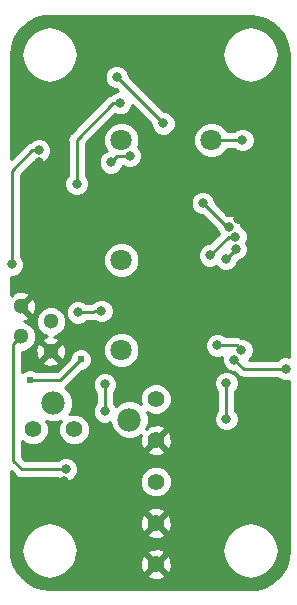
<source format=gbl>
G04 #@! TF.GenerationSoftware,KiCad,Pcbnew,5.0.0-fee4fd1~66~ubuntu18.04.1*
G04 #@! TF.CreationDate,2019-02-11T21:46:51-05:00*
G04 #@! TF.ProjectId,IMD_v1,494D445F76312E6B696361645F706362,rev?*
G04 #@! TF.SameCoordinates,Original*
G04 #@! TF.FileFunction,Copper,L2,Bot,Signal*
G04 #@! TF.FilePolarity,Positive*
%FSLAX46Y46*%
G04 Gerber Fmt 4.6, Leading zero omitted, Abs format (unit mm)*
G04 Created by KiCad (PCBNEW 5.0.0-fee4fd1~66~ubuntu18.04.1) date Mon Feb 11 21:46:51 2019*
%MOMM*%
%LPD*%
G01*
G04 APERTURE LIST*
G04 #@! TA.AperFunction,ComponentPad*
%ADD10C,1.800000*%
G04 #@! TD*
G04 #@! TA.AperFunction,ComponentPad*
%ADD11C,1.300000*%
G04 #@! TD*
G04 #@! TA.AperFunction,ComponentPad*
%ADD12C,1.397000*%
G04 #@! TD*
G04 #@! TA.AperFunction,ComponentPad*
%ADD13C,1.981000*%
G04 #@! TD*
G04 #@! TA.AperFunction,ViaPad*
%ADD14C,0.800000*%
G04 #@! TD*
G04 #@! TA.AperFunction,ViaPad*
%ADD15C,0.609600*%
G04 #@! TD*
G04 #@! TA.AperFunction,Conductor*
%ADD16C,0.250000*%
G04 #@! TD*
G04 #@! TA.AperFunction,Conductor*
%ADD17C,0.254000*%
G04 #@! TD*
G04 APERTURE END LIST*
D10*
G04 #@! TO.P,K1,1*
G04 #@! TO.N,Net-(D3-Pad2)*
X104013000Y-69977000D03*
G04 #@! TO.P,K1,2*
G04 #@! TO.N,Net-(J2-Pad2)*
X104013000Y-80137000D03*
G04 #@! TO.P,K1,3*
G04 #@! TO.N,Net-(J2-Pad1)*
X104013000Y-87757000D03*
G04 #@! TO.P,K1,5*
G04 #@! TO.N,/12V_Fused*
X111633000Y-69977000D03*
G04 #@! TD*
D11*
G04 #@! TO.P,J1,3*
G04 #@! TO.N,/IMD_Status_Output*
X95504000Y-86614000D03*
G04 #@! TO.P,J1,1*
G04 #@! TO.N,GND*
X95504000Y-84074000D03*
G04 #@! TO.P,J1,2*
G04 #@! TO.N,+12V*
X98044000Y-85344000D03*
G04 #@! TO.P,J1,4*
G04 #@! TO.N,GND*
X98044000Y-87884000D03*
G04 #@! TD*
D12*
G04 #@! TO.P,J2,2*
G04 #@! TO.N,Net-(J2-Pad2)*
X96520000Y-94488000D03*
G04 #@! TO.P,J2,1*
G04 #@! TO.N,Net-(J2-Pad1)*
X100020000Y-94488000D03*
D13*
G04 #@! TO.P,J2,*
G04 #@! TO.N,*
X98270000Y-92258000D03*
G04 #@! TD*
D12*
G04 #@! TO.P,U1,2*
G04 #@! TO.N,GND*
X106934000Y-95405000D03*
G04 #@! TO.P,U1,1*
G04 #@! TO.N,Net-(R9-Pad1)*
X106934000Y-91905000D03*
D13*
G04 #@! TO.P,U1,*
G04 #@! TO.N,*
X104704000Y-93655000D03*
D12*
G04 #@! TO.P,U1,3*
G04 #@! TO.N,/12V_Fused*
X106934000Y-98905000D03*
G04 #@! TO.P,U1,4*
G04 #@! TO.N,GND*
X106934000Y-102405000D03*
G04 #@! TO.P,U1,5*
X106934000Y-105905000D03*
G04 #@! TD*
D14*
G04 #@! TO.N,/12V_Fused*
X103632000Y-64643000D03*
X114263000Y-69977000D03*
X100229500Y-73695986D03*
X103886000Y-66865500D03*
X107569000Y-68580000D03*
X112859826Y-80037980D03*
X112903000Y-90551000D03*
X112903000Y-93599000D03*
X113684500Y-79213306D03*
G04 #@! TO.N,GND*
X99172287Y-98843408D03*
X102616000Y-102108000D03*
X117475000Y-94488000D03*
X114624097Y-93034097D03*
X115149500Y-72467000D03*
X111948346Y-68010654D03*
X106934000Y-61214000D03*
X116874161Y-88161977D03*
X113919000Y-76708000D03*
X97032000Y-71882000D03*
G04 #@! TO.N,+12V*
X97042407Y-70867102D03*
X94742000Y-80518000D03*
G04 #@! TO.N,Net-(D3-Pad2)*
X102616000Y-90678000D03*
X102616000Y-92964000D03*
D15*
G04 #@! TO.N,Net-(D4-Pad1)*
X100584000Y-88563592D03*
X96266000Y-90297000D03*
D14*
G04 #@! TO.N,/IMD_Status_Output*
X99314000Y-97853500D03*
X104738000Y-71311452D03*
X110908000Y-75311000D03*
X113130653Y-77323234D03*
X103124000Y-71871000D03*
X102325000Y-84455000D03*
X100330000Y-84582000D03*
G04 #@! TO.N,Net-(U2-Pad4)*
X113584827Y-88565738D03*
X117919500Y-89344500D03*
G04 #@! TO.N,Net-(U3-Pad4)*
X113665000Y-78168500D03*
X114173000Y-87757000D03*
X111511815Y-79756000D03*
X112134826Y-87376000D03*
G04 #@! TD*
D16*
G04 #@! TO.N,/12V_Fused*
X114173000Y-69977000D02*
X114263000Y-69977000D01*
X111633000Y-69977000D02*
X114263000Y-69977000D01*
X100229500Y-73695986D02*
X100229500Y-69956315D01*
X100229500Y-69956315D02*
X103320315Y-66865500D01*
X103320315Y-66865500D02*
X103886000Y-66865500D01*
X103632000Y-64643000D02*
X107569000Y-68580000D01*
X112859826Y-80037980D02*
X113684500Y-79213306D01*
X112903000Y-90551000D02*
X112903000Y-93599000D01*
G04 #@! TO.N,GND*
X117475000Y-94488000D02*
X116078000Y-94488000D01*
X114681000Y-93091000D02*
X114624097Y-93034097D01*
X116078000Y-94488000D02*
X114624097Y-93034097D01*
X113919000Y-76708000D02*
X114484685Y-76708000D01*
G04 #@! TO.N,+12V*
X96476722Y-70867102D02*
X96475620Y-70866000D01*
X94742000Y-80518000D02*
X94742000Y-79952315D01*
X96476722Y-70867102D02*
X97042407Y-70867102D01*
X94742000Y-72601824D02*
X96476722Y-70867102D01*
X94742000Y-79952315D02*
X94742000Y-72601824D01*
G04 #@! TO.N,Net-(D3-Pad2)*
X102616000Y-90678000D02*
X102616000Y-92964000D01*
G04 #@! TO.N,Net-(D4-Pad1)*
X98850592Y-90297000D02*
X96266000Y-90297000D01*
X100584000Y-88563592D02*
X98850592Y-90297000D01*
G04 #@! TO.N,/IMD_Status_Output*
X94854001Y-97140001D02*
X94854001Y-87263999D01*
X94854001Y-87263999D02*
X95504000Y-86614000D01*
X95567500Y-97853500D02*
X94854001Y-97140001D01*
X99314000Y-97853500D02*
X95567500Y-97853500D01*
X104648000Y-71202001D02*
X104648000Y-71221452D01*
X104648000Y-71221452D02*
X104738000Y-71311452D01*
X110908000Y-75311000D02*
X113040499Y-77443499D01*
X113250918Y-77443499D02*
X113130653Y-77323234D01*
X113284000Y-77443499D02*
X113250918Y-77443499D01*
X113040499Y-77443499D02*
X113284000Y-77443499D01*
X103683548Y-71311452D02*
X103124000Y-71871000D01*
X104738000Y-71311452D02*
X103683548Y-71311452D01*
X101759315Y-84455000D02*
X101632315Y-84582000D01*
X102325000Y-84455000D02*
X101759315Y-84455000D01*
X101632315Y-84582000D02*
X100330000Y-84582000D01*
G04 #@! TO.N,Net-(U2-Pad4)*
X114363589Y-89344500D02*
X113584827Y-88565738D01*
X117919500Y-89344500D02*
X114363589Y-89344500D01*
G04 #@! TO.N,Net-(U3-Pad4)*
X113099315Y-78168500D02*
X111511815Y-79756000D01*
X113665000Y-78168500D02*
X113099315Y-78168500D01*
X113792000Y-87376000D02*
X114173000Y-87757000D01*
X112134826Y-87376000D02*
X113792000Y-87376000D01*
G04 #@! TD*
D17*
G04 #@! TO.N,GND*
G36*
X115590756Y-59543391D02*
X116219730Y-59740500D01*
X116796224Y-60060055D01*
X117296682Y-60489001D01*
X117700669Y-61009818D01*
X117991682Y-61601233D01*
X118160112Y-62247848D01*
X118200000Y-62766238D01*
X118200001Y-88340411D01*
X118125374Y-88309500D01*
X117713626Y-88309500D01*
X117333220Y-88467069D01*
X117215789Y-88584500D01*
X114809211Y-88584500D01*
X115050431Y-88343280D01*
X115208000Y-87962874D01*
X115208000Y-87551126D01*
X115050431Y-87170720D01*
X114759280Y-86879569D01*
X114378874Y-86722000D01*
X114181183Y-86722000D01*
X114088537Y-86660096D01*
X113866852Y-86616000D01*
X113866847Y-86616000D01*
X113792000Y-86601112D01*
X113717153Y-86616000D01*
X112838537Y-86616000D01*
X112721106Y-86498569D01*
X112340700Y-86341000D01*
X111928952Y-86341000D01*
X111548546Y-86498569D01*
X111257395Y-86789720D01*
X111099826Y-87170126D01*
X111099826Y-87581874D01*
X111257395Y-87962280D01*
X111548546Y-88253431D01*
X111928952Y-88411000D01*
X112340700Y-88411000D01*
X112567570Y-88317027D01*
X112549827Y-88359864D01*
X112549827Y-88771612D01*
X112707396Y-89152018D01*
X112998547Y-89443169D01*
X113378953Y-89600738D01*
X113545025Y-89600738D01*
X113773260Y-89828973D01*
X113815660Y-89892429D01*
X113879116Y-89934829D01*
X114067051Y-90060404D01*
X114115194Y-90069980D01*
X114288737Y-90104500D01*
X114288741Y-90104500D01*
X114363589Y-90119388D01*
X114438437Y-90104500D01*
X117215789Y-90104500D01*
X117333220Y-90221931D01*
X117713626Y-90379500D01*
X118125374Y-90379500D01*
X118200001Y-90348589D01*
X118200001Y-104700759D01*
X118129609Y-105393759D01*
X117932499Y-106022734D01*
X117612945Y-106599224D01*
X117184002Y-107099680D01*
X116663182Y-107503669D01*
X116071767Y-107794682D01*
X115425153Y-107963112D01*
X114906762Y-108003000D01*
X97972231Y-108003000D01*
X97279241Y-107932609D01*
X96650266Y-107735499D01*
X96073776Y-107415945D01*
X95573320Y-106987002D01*
X95169331Y-106466182D01*
X94878318Y-105874767D01*
X94709888Y-105228153D01*
X94672173Y-104738000D01*
X95548050Y-104738000D01*
X95664876Y-105475608D01*
X96003917Y-106141014D01*
X96531986Y-106669083D01*
X97197392Y-107008124D01*
X97935000Y-107124950D01*
X98672608Y-107008124D01*
X99004163Y-106839188D01*
X106179417Y-106839188D01*
X106241071Y-107074800D01*
X106741480Y-107250927D01*
X107271199Y-107222148D01*
X107626929Y-107074800D01*
X107688583Y-106839188D01*
X106934000Y-106084605D01*
X106179417Y-106839188D01*
X99004163Y-106839188D01*
X99338014Y-106669083D01*
X99866083Y-106141014D01*
X100084431Y-105712480D01*
X105588073Y-105712480D01*
X105616852Y-106242199D01*
X105764200Y-106597929D01*
X105999812Y-106659583D01*
X106754395Y-105905000D01*
X107113605Y-105905000D01*
X107868188Y-106659583D01*
X108103800Y-106597929D01*
X108279927Y-106097520D01*
X108251148Y-105567801D01*
X108103800Y-105212071D01*
X107868188Y-105150417D01*
X107113605Y-105905000D01*
X106754395Y-105905000D01*
X105999812Y-105150417D01*
X105764200Y-105212071D01*
X105588073Y-105712480D01*
X100084431Y-105712480D01*
X100205124Y-105475608D01*
X100285076Y-104970812D01*
X106179417Y-104970812D01*
X106934000Y-105725395D01*
X107688583Y-104970812D01*
X107627662Y-104738000D01*
X112548050Y-104738000D01*
X112664876Y-105475608D01*
X113003917Y-106141014D01*
X113531986Y-106669083D01*
X114197392Y-107008124D01*
X114935000Y-107124950D01*
X115672608Y-107008124D01*
X116338014Y-106669083D01*
X116866083Y-106141014D01*
X117205124Y-105475608D01*
X117321950Y-104738000D01*
X117205124Y-104000392D01*
X116866083Y-103334986D01*
X116338014Y-102806917D01*
X115672608Y-102467876D01*
X114935000Y-102351050D01*
X114197392Y-102467876D01*
X113531986Y-102806917D01*
X113003917Y-103334986D01*
X112664876Y-104000392D01*
X112548050Y-104738000D01*
X107627662Y-104738000D01*
X107626929Y-104735200D01*
X107126520Y-104559073D01*
X106596801Y-104587852D01*
X106241071Y-104735200D01*
X106179417Y-104970812D01*
X100285076Y-104970812D01*
X100321950Y-104738000D01*
X100205124Y-104000392D01*
X99868225Y-103339188D01*
X106179417Y-103339188D01*
X106241071Y-103574800D01*
X106741480Y-103750927D01*
X107271199Y-103722148D01*
X107626929Y-103574800D01*
X107688583Y-103339188D01*
X106934000Y-102584605D01*
X106179417Y-103339188D01*
X99868225Y-103339188D01*
X99866083Y-103334986D01*
X99338014Y-102806917D01*
X98672608Y-102467876D01*
X97935000Y-102351050D01*
X97197392Y-102467876D01*
X96531986Y-102806917D01*
X96003917Y-103334986D01*
X95664876Y-104000392D01*
X95548050Y-104738000D01*
X94672173Y-104738000D01*
X94670000Y-104709762D01*
X94670000Y-102212480D01*
X105588073Y-102212480D01*
X105616852Y-102742199D01*
X105764200Y-103097929D01*
X105999812Y-103159583D01*
X106754395Y-102405000D01*
X107113605Y-102405000D01*
X107868188Y-103159583D01*
X108103800Y-103097929D01*
X108279927Y-102597520D01*
X108251148Y-102067801D01*
X108103800Y-101712071D01*
X107868188Y-101650417D01*
X107113605Y-102405000D01*
X106754395Y-102405000D01*
X105999812Y-101650417D01*
X105764200Y-101712071D01*
X105588073Y-102212480D01*
X94670000Y-102212480D01*
X94670000Y-101470812D01*
X106179417Y-101470812D01*
X106934000Y-102225395D01*
X107688583Y-101470812D01*
X107626929Y-101235200D01*
X107126520Y-101059073D01*
X106596801Y-101087852D01*
X106241071Y-101235200D01*
X106179417Y-101470812D01*
X94670000Y-101470812D01*
X94670000Y-98030801D01*
X94977171Y-98337973D01*
X95019571Y-98401429D01*
X95270963Y-98569404D01*
X95492648Y-98613500D01*
X95492653Y-98613500D01*
X95567500Y-98628388D01*
X95642347Y-98613500D01*
X98610289Y-98613500D01*
X98727720Y-98730931D01*
X99108126Y-98888500D01*
X99519874Y-98888500D01*
X99900280Y-98730931D01*
X99991461Y-98639750D01*
X105600500Y-98639750D01*
X105600500Y-99170250D01*
X105803513Y-99660367D01*
X106178633Y-100035487D01*
X106668750Y-100238500D01*
X107199250Y-100238500D01*
X107689367Y-100035487D01*
X108064487Y-99660367D01*
X108267500Y-99170250D01*
X108267500Y-98639750D01*
X108064487Y-98149633D01*
X107689367Y-97774513D01*
X107199250Y-97571500D01*
X106668750Y-97571500D01*
X106178633Y-97774513D01*
X105803513Y-98149633D01*
X105600500Y-98639750D01*
X99991461Y-98639750D01*
X100191431Y-98439780D01*
X100349000Y-98059374D01*
X100349000Y-97647626D01*
X100191431Y-97267220D01*
X99900280Y-96976069D01*
X99519874Y-96818500D01*
X99108126Y-96818500D01*
X98727720Y-96976069D01*
X98610289Y-97093500D01*
X95882302Y-97093500D01*
X95614001Y-96825200D01*
X95614001Y-96339188D01*
X106179417Y-96339188D01*
X106241071Y-96574800D01*
X106741480Y-96750927D01*
X107271199Y-96722148D01*
X107626929Y-96574800D01*
X107688583Y-96339188D01*
X106934000Y-95584605D01*
X106179417Y-96339188D01*
X95614001Y-96339188D01*
X95614001Y-95467855D01*
X95764633Y-95618487D01*
X96254750Y-95821500D01*
X96785250Y-95821500D01*
X97275367Y-95618487D01*
X97650487Y-95243367D01*
X97853500Y-94753250D01*
X97853500Y-94222750D01*
X97664579Y-93766655D01*
X97946668Y-93883500D01*
X98593332Y-93883500D01*
X98875421Y-93766655D01*
X98686500Y-94222750D01*
X98686500Y-94753250D01*
X98889513Y-95243367D01*
X99264633Y-95618487D01*
X99754750Y-95821500D01*
X100285250Y-95821500D01*
X100775367Y-95618487D01*
X101150487Y-95243367D01*
X101353500Y-94753250D01*
X101353500Y-94222750D01*
X101150487Y-93732633D01*
X100775367Y-93357513D01*
X100285250Y-93154500D01*
X99754750Y-93154500D01*
X99614006Y-93212798D01*
X99648032Y-93178772D01*
X99895500Y-92581332D01*
X99895500Y-91934668D01*
X99648032Y-91337228D01*
X99252980Y-90942176D01*
X99398521Y-90844929D01*
X99440923Y-90781470D01*
X99750267Y-90472126D01*
X101581000Y-90472126D01*
X101581000Y-90883874D01*
X101738569Y-91264280D01*
X101856000Y-91381711D01*
X101856001Y-92260288D01*
X101738569Y-92377720D01*
X101581000Y-92758126D01*
X101581000Y-93169874D01*
X101738569Y-93550280D01*
X102029720Y-93841431D01*
X102410126Y-93999000D01*
X102821874Y-93999000D01*
X103078500Y-93892702D01*
X103078500Y-93978332D01*
X103325968Y-94575772D01*
X103783228Y-95033032D01*
X104380668Y-95280500D01*
X105027332Y-95280500D01*
X105624772Y-95033032D01*
X105665604Y-94992200D01*
X105588073Y-95212480D01*
X105616852Y-95742199D01*
X105764200Y-96097929D01*
X105999812Y-96159583D01*
X106754395Y-95405000D01*
X107113605Y-95405000D01*
X107868188Y-96159583D01*
X108103800Y-96097929D01*
X108279927Y-95597520D01*
X108251148Y-95067801D01*
X108103800Y-94712071D01*
X107868188Y-94650417D01*
X107113605Y-95405000D01*
X106754395Y-95405000D01*
X106740253Y-95390858D01*
X106919858Y-95211253D01*
X106934000Y-95225395D01*
X107688583Y-94470812D01*
X107626929Y-94235200D01*
X107126520Y-94059073D01*
X106596801Y-94087852D01*
X106241071Y-94235200D01*
X106179418Y-94470810D01*
X106141298Y-94432690D01*
X106329500Y-93978332D01*
X106329500Y-93331668D01*
X106212655Y-93049579D01*
X106668750Y-93238500D01*
X107199250Y-93238500D01*
X107689367Y-93035487D01*
X108064487Y-92660367D01*
X108267500Y-92170250D01*
X108267500Y-91639750D01*
X108064487Y-91149633D01*
X107689367Y-90774513D01*
X107199250Y-90571500D01*
X106668750Y-90571500D01*
X106178633Y-90774513D01*
X105803513Y-91149633D01*
X105600500Y-91639750D01*
X105600500Y-92170250D01*
X105658798Y-92310994D01*
X105624772Y-92276968D01*
X105027332Y-92029500D01*
X104380668Y-92029500D01*
X103783228Y-92276968D01*
X103548801Y-92511395D01*
X103493431Y-92377720D01*
X103376000Y-92260289D01*
X103376000Y-91381711D01*
X103493431Y-91264280D01*
X103651000Y-90883874D01*
X103651000Y-90472126D01*
X103598395Y-90345126D01*
X111868000Y-90345126D01*
X111868000Y-90756874D01*
X112025569Y-91137280D01*
X112143000Y-91254711D01*
X112143001Y-92895288D01*
X112025569Y-93012720D01*
X111868000Y-93393126D01*
X111868000Y-93804874D01*
X112025569Y-94185280D01*
X112316720Y-94476431D01*
X112697126Y-94634000D01*
X113108874Y-94634000D01*
X113489280Y-94476431D01*
X113780431Y-94185280D01*
X113938000Y-93804874D01*
X113938000Y-93393126D01*
X113780431Y-93012720D01*
X113663000Y-92895289D01*
X113663000Y-91254711D01*
X113780431Y-91137280D01*
X113938000Y-90756874D01*
X113938000Y-90345126D01*
X113780431Y-89964720D01*
X113489280Y-89673569D01*
X113108874Y-89516000D01*
X112697126Y-89516000D01*
X112316720Y-89673569D01*
X112025569Y-89964720D01*
X111868000Y-90345126D01*
X103598395Y-90345126D01*
X103493431Y-90091720D01*
X103202280Y-89800569D01*
X102821874Y-89643000D01*
X102410126Y-89643000D01*
X102029720Y-89800569D01*
X101738569Y-90091720D01*
X101581000Y-90472126D01*
X99750267Y-90472126D01*
X100719002Y-89503392D01*
X100770938Y-89503392D01*
X101116354Y-89360316D01*
X101380724Y-89095946D01*
X101523800Y-88750530D01*
X101523800Y-88376654D01*
X101380724Y-88031238D01*
X101116354Y-87766868D01*
X100770938Y-87623792D01*
X100397062Y-87623792D01*
X100051646Y-87766868D01*
X99787276Y-88031238D01*
X99644200Y-88376654D01*
X99644200Y-88428590D01*
X98535791Y-89537000D01*
X96835078Y-89537000D01*
X96798354Y-89500276D01*
X96452938Y-89357200D01*
X96079062Y-89357200D01*
X95733646Y-89500276D01*
X95614001Y-89619921D01*
X95614001Y-88783016D01*
X97324590Y-88783016D01*
X97380271Y-89013611D01*
X97863078Y-89181622D01*
X98373428Y-89152083D01*
X98707729Y-89013611D01*
X98763410Y-88783016D01*
X98044000Y-88063605D01*
X97324590Y-88783016D01*
X95614001Y-88783016D01*
X95614001Y-87899000D01*
X95759602Y-87899000D01*
X96231894Y-87703371D01*
X96232187Y-87703078D01*
X96746378Y-87703078D01*
X96775917Y-88213428D01*
X96914389Y-88547729D01*
X97144984Y-88603410D01*
X97864395Y-87884000D01*
X98223605Y-87884000D01*
X98943016Y-88603410D01*
X99173611Y-88547729D01*
X99341622Y-88064922D01*
X99312083Y-87554572D01*
X99269460Y-87451670D01*
X102478000Y-87451670D01*
X102478000Y-88062330D01*
X102711690Y-88626507D01*
X103143493Y-89058310D01*
X103707670Y-89292000D01*
X104318330Y-89292000D01*
X104882507Y-89058310D01*
X105314310Y-88626507D01*
X105548000Y-88062330D01*
X105548000Y-87451670D01*
X105314310Y-86887493D01*
X104882507Y-86455690D01*
X104318330Y-86222000D01*
X103707670Y-86222000D01*
X103143493Y-86455690D01*
X102711690Y-86887493D01*
X102478000Y-87451670D01*
X99269460Y-87451670D01*
X99173611Y-87220271D01*
X98943016Y-87164590D01*
X98223605Y-87884000D01*
X97864395Y-87884000D01*
X97144984Y-87164590D01*
X96914389Y-87220271D01*
X96746378Y-87703078D01*
X96232187Y-87703078D01*
X96593371Y-87341894D01*
X96789000Y-86869602D01*
X96789000Y-86358398D01*
X96593371Y-85886106D01*
X96231894Y-85524629D01*
X95796366Y-85344228D01*
X95833428Y-85342083D01*
X96167729Y-85203611D01*
X96195549Y-85088398D01*
X96759000Y-85088398D01*
X96759000Y-85599602D01*
X96954629Y-86071894D01*
X97316106Y-86433371D01*
X97751634Y-86613772D01*
X97714572Y-86615917D01*
X97380271Y-86754389D01*
X97324590Y-86984984D01*
X98044000Y-87704395D01*
X98763410Y-86984984D01*
X98707729Y-86754389D01*
X98321426Y-86619960D01*
X98771894Y-86433371D01*
X99133371Y-86071894D01*
X99329000Y-85599602D01*
X99329000Y-85088398D01*
X99133371Y-84616106D01*
X98893391Y-84376126D01*
X99295000Y-84376126D01*
X99295000Y-84787874D01*
X99452569Y-85168280D01*
X99743720Y-85459431D01*
X100124126Y-85617000D01*
X100535874Y-85617000D01*
X100916280Y-85459431D01*
X101033711Y-85342000D01*
X101557468Y-85342000D01*
X101632315Y-85356888D01*
X101707162Y-85342000D01*
X101707167Y-85342000D01*
X101744090Y-85334655D01*
X102119126Y-85490000D01*
X102530874Y-85490000D01*
X102911280Y-85332431D01*
X103202431Y-85041280D01*
X103360000Y-84660874D01*
X103360000Y-84249126D01*
X103202431Y-83868720D01*
X102911280Y-83577569D01*
X102530874Y-83420000D01*
X102119126Y-83420000D01*
X101738720Y-83577569D01*
X101605603Y-83710686D01*
X101462778Y-83739096D01*
X101338704Y-83822000D01*
X101033711Y-83822000D01*
X100916280Y-83704569D01*
X100535874Y-83547000D01*
X100124126Y-83547000D01*
X99743720Y-83704569D01*
X99452569Y-83995720D01*
X99295000Y-84376126D01*
X98893391Y-84376126D01*
X98771894Y-84254629D01*
X98299602Y-84059000D01*
X97788398Y-84059000D01*
X97316106Y-84254629D01*
X96954629Y-84616106D01*
X96759000Y-85088398D01*
X96195549Y-85088398D01*
X96223410Y-84973016D01*
X95504000Y-84253605D01*
X95489858Y-84267748D01*
X95310252Y-84088142D01*
X95324395Y-84074000D01*
X95683605Y-84074000D01*
X96403016Y-84793410D01*
X96633611Y-84737729D01*
X96801622Y-84254922D01*
X96772083Y-83744572D01*
X96633611Y-83410271D01*
X96403016Y-83354590D01*
X95683605Y-84074000D01*
X95324395Y-84074000D01*
X95310252Y-84059858D01*
X95489858Y-83880252D01*
X95504000Y-83894395D01*
X96223410Y-83174984D01*
X96167729Y-82944389D01*
X95684922Y-82776378D01*
X95174572Y-82805917D01*
X94840271Y-82944389D01*
X94784590Y-83174982D01*
X94670000Y-83060392D01*
X94670000Y-81553000D01*
X94947874Y-81553000D01*
X95328280Y-81395431D01*
X95619431Y-81104280D01*
X95777000Y-80723874D01*
X95777000Y-80312126D01*
X95619431Y-79931720D01*
X95519381Y-79831670D01*
X102478000Y-79831670D01*
X102478000Y-80442330D01*
X102711690Y-81006507D01*
X103143493Y-81438310D01*
X103707670Y-81672000D01*
X104318330Y-81672000D01*
X104882507Y-81438310D01*
X105314310Y-81006507D01*
X105548000Y-80442330D01*
X105548000Y-79831670D01*
X105314310Y-79267493D01*
X104882507Y-78835690D01*
X104318330Y-78602000D01*
X103707670Y-78602000D01*
X103143493Y-78835690D01*
X102711690Y-79267493D01*
X102478000Y-79831670D01*
X95519381Y-79831670D01*
X95502000Y-79814289D01*
X95502000Y-75105126D01*
X109873000Y-75105126D01*
X109873000Y-75516874D01*
X110030569Y-75897280D01*
X110321720Y-76188431D01*
X110702126Y-76346000D01*
X110868199Y-76346000D01*
X112127011Y-77604813D01*
X112253222Y-77909514D01*
X112268361Y-77924653D01*
X111472014Y-78721000D01*
X111305941Y-78721000D01*
X110925535Y-78878569D01*
X110634384Y-79169720D01*
X110476815Y-79550126D01*
X110476815Y-79961874D01*
X110634384Y-80342280D01*
X110925535Y-80633431D01*
X111305941Y-80791000D01*
X111717689Y-80791000D01*
X112022768Y-80664633D01*
X112273546Y-80915411D01*
X112653952Y-81072980D01*
X113065700Y-81072980D01*
X113446106Y-80915411D01*
X113737257Y-80624260D01*
X113893522Y-80247002D01*
X114270780Y-80090737D01*
X114561931Y-79799586D01*
X114719500Y-79419180D01*
X114719500Y-79007432D01*
X114578640Y-78667364D01*
X114700000Y-78374374D01*
X114700000Y-77962626D01*
X114542431Y-77582220D01*
X114251280Y-77291069D01*
X114165653Y-77255601D01*
X114165653Y-77117360D01*
X114008084Y-76736954D01*
X113716933Y-76445803D01*
X113336527Y-76288234D01*
X112960036Y-76288234D01*
X111943000Y-75271199D01*
X111943000Y-75105126D01*
X111785431Y-74724720D01*
X111494280Y-74433569D01*
X111113874Y-74276000D01*
X110702126Y-74276000D01*
X110321720Y-74433569D01*
X110030569Y-74724720D01*
X109873000Y-75105126D01*
X95502000Y-75105126D01*
X95502000Y-73490112D01*
X99194500Y-73490112D01*
X99194500Y-73901860D01*
X99352069Y-74282266D01*
X99643220Y-74573417D01*
X100023626Y-74730986D01*
X100435374Y-74730986D01*
X100815780Y-74573417D01*
X101106931Y-74282266D01*
X101264500Y-73901860D01*
X101264500Y-73490112D01*
X101106931Y-73109706D01*
X100989500Y-72992275D01*
X100989500Y-71665126D01*
X102089000Y-71665126D01*
X102089000Y-72076874D01*
X102246569Y-72457280D01*
X102537720Y-72748431D01*
X102918126Y-72906000D01*
X103329874Y-72906000D01*
X103710280Y-72748431D01*
X104001431Y-72457280D01*
X104124061Y-72161224D01*
X104151720Y-72188883D01*
X104532126Y-72346452D01*
X104943874Y-72346452D01*
X105324280Y-72188883D01*
X105615431Y-71897732D01*
X105773000Y-71517326D01*
X105773000Y-71105578D01*
X105615431Y-70725172D01*
X105438045Y-70547786D01*
X105548000Y-70282330D01*
X105548000Y-69671670D01*
X110098000Y-69671670D01*
X110098000Y-70282330D01*
X110331690Y-70846507D01*
X110763493Y-71278310D01*
X111327670Y-71512000D01*
X111938330Y-71512000D01*
X112502507Y-71278310D01*
X112934310Y-70846507D01*
X112979669Y-70737000D01*
X113559289Y-70737000D01*
X113676720Y-70854431D01*
X114057126Y-71012000D01*
X114468874Y-71012000D01*
X114849280Y-70854431D01*
X115140431Y-70563280D01*
X115298000Y-70182874D01*
X115298000Y-69771126D01*
X115140431Y-69390720D01*
X114849280Y-69099569D01*
X114468874Y-68942000D01*
X114057126Y-68942000D01*
X113676720Y-69099569D01*
X113559289Y-69217000D01*
X112979669Y-69217000D01*
X112934310Y-69107493D01*
X112502507Y-68675690D01*
X111938330Y-68442000D01*
X111327670Y-68442000D01*
X110763493Y-68675690D01*
X110331690Y-69107493D01*
X110098000Y-69671670D01*
X105548000Y-69671670D01*
X105314310Y-69107493D01*
X104882507Y-68675690D01*
X104318330Y-68442000D01*
X103707670Y-68442000D01*
X103143493Y-68675690D01*
X102711690Y-69107493D01*
X102478000Y-69671670D01*
X102478000Y-70282330D01*
X102711690Y-70846507D01*
X102764724Y-70899541D01*
X102537720Y-70993569D01*
X102246569Y-71284720D01*
X102089000Y-71665126D01*
X100989500Y-71665126D01*
X100989500Y-70271116D01*
X103453846Y-67806772D01*
X103680126Y-67900500D01*
X104091874Y-67900500D01*
X104472280Y-67742931D01*
X104763431Y-67451780D01*
X104921000Y-67071374D01*
X104921000Y-67006801D01*
X106534000Y-68619802D01*
X106534000Y-68785874D01*
X106691569Y-69166280D01*
X106982720Y-69457431D01*
X107363126Y-69615000D01*
X107774874Y-69615000D01*
X108155280Y-69457431D01*
X108446431Y-69166280D01*
X108604000Y-68785874D01*
X108604000Y-68374126D01*
X108446431Y-67993720D01*
X108155280Y-67702569D01*
X107774874Y-67545000D01*
X107608802Y-67545000D01*
X104667000Y-64603199D01*
X104667000Y-64437126D01*
X104509431Y-64056720D01*
X104218280Y-63765569D01*
X103837874Y-63608000D01*
X103426126Y-63608000D01*
X103045720Y-63765569D01*
X102754569Y-64056720D01*
X102597000Y-64437126D01*
X102597000Y-64848874D01*
X102754569Y-65229280D01*
X103045720Y-65520431D01*
X103426126Y-65678000D01*
X103592199Y-65678000D01*
X103744699Y-65830500D01*
X103680126Y-65830500D01*
X103299720Y-65988069D01*
X103166603Y-66121186D01*
X103023778Y-66149596D01*
X103023776Y-66149597D01*
X103023777Y-66149597D01*
X102835841Y-66275171D01*
X102835839Y-66275173D01*
X102772386Y-66317571D01*
X102729988Y-66381024D01*
X99745028Y-69365986D01*
X99681572Y-69408386D01*
X99639172Y-69471842D01*
X99639171Y-69471843D01*
X99513597Y-69659778D01*
X99454612Y-69956315D01*
X99469501Y-70031167D01*
X99469500Y-72992275D01*
X99352069Y-73109706D01*
X99194500Y-73490112D01*
X95502000Y-73490112D01*
X95502000Y-72916625D01*
X96610253Y-71808374D01*
X96836533Y-71902102D01*
X97248281Y-71902102D01*
X97628687Y-71744533D01*
X97919838Y-71453382D01*
X98077407Y-71072976D01*
X98077407Y-70661228D01*
X97919838Y-70280822D01*
X97628687Y-69989671D01*
X97248281Y-69832102D01*
X96836533Y-69832102D01*
X96456127Y-69989671D01*
X96324658Y-70121140D01*
X96179083Y-70150097D01*
X95927691Y-70318071D01*
X95880855Y-70388166D01*
X94670000Y-71599022D01*
X94670000Y-62775230D01*
X94673781Y-62738000D01*
X95548050Y-62738000D01*
X95664876Y-63475608D01*
X96003917Y-64141014D01*
X96531986Y-64669083D01*
X97197392Y-65008124D01*
X97935000Y-65124950D01*
X98672608Y-65008124D01*
X99338014Y-64669083D01*
X99866083Y-64141014D01*
X100205124Y-63475608D01*
X100321950Y-62738000D01*
X112548050Y-62738000D01*
X112664876Y-63475608D01*
X113003917Y-64141014D01*
X113531986Y-64669083D01*
X114197392Y-65008124D01*
X114935000Y-65124950D01*
X115672608Y-65008124D01*
X116338014Y-64669083D01*
X116866083Y-64141014D01*
X117205124Y-63475608D01*
X117321950Y-62738000D01*
X117205124Y-62000392D01*
X116866083Y-61334986D01*
X116338014Y-60806917D01*
X115672608Y-60467876D01*
X114935000Y-60351050D01*
X114197392Y-60467876D01*
X113531986Y-60806917D01*
X113003917Y-61334986D01*
X112664876Y-62000392D01*
X112548050Y-62738000D01*
X100321950Y-62738000D01*
X100205124Y-62000392D01*
X99866083Y-61334986D01*
X99338014Y-60806917D01*
X98672608Y-60467876D01*
X97935000Y-60351050D01*
X97197392Y-60467876D01*
X96531986Y-60806917D01*
X96003917Y-61334986D01*
X95664876Y-62000392D01*
X95548050Y-62738000D01*
X94673781Y-62738000D01*
X94740391Y-62082244D01*
X94937500Y-61453270D01*
X95257055Y-60876776D01*
X95686001Y-60376318D01*
X96206818Y-59972331D01*
X96798233Y-59681318D01*
X97444848Y-59512888D01*
X97963238Y-59473000D01*
X114897770Y-59473000D01*
X115590756Y-59543391D01*
X115590756Y-59543391D01*
G37*
X115590756Y-59543391D02*
X116219730Y-59740500D01*
X116796224Y-60060055D01*
X117296682Y-60489001D01*
X117700669Y-61009818D01*
X117991682Y-61601233D01*
X118160112Y-62247848D01*
X118200000Y-62766238D01*
X118200001Y-88340411D01*
X118125374Y-88309500D01*
X117713626Y-88309500D01*
X117333220Y-88467069D01*
X117215789Y-88584500D01*
X114809211Y-88584500D01*
X115050431Y-88343280D01*
X115208000Y-87962874D01*
X115208000Y-87551126D01*
X115050431Y-87170720D01*
X114759280Y-86879569D01*
X114378874Y-86722000D01*
X114181183Y-86722000D01*
X114088537Y-86660096D01*
X113866852Y-86616000D01*
X113866847Y-86616000D01*
X113792000Y-86601112D01*
X113717153Y-86616000D01*
X112838537Y-86616000D01*
X112721106Y-86498569D01*
X112340700Y-86341000D01*
X111928952Y-86341000D01*
X111548546Y-86498569D01*
X111257395Y-86789720D01*
X111099826Y-87170126D01*
X111099826Y-87581874D01*
X111257395Y-87962280D01*
X111548546Y-88253431D01*
X111928952Y-88411000D01*
X112340700Y-88411000D01*
X112567570Y-88317027D01*
X112549827Y-88359864D01*
X112549827Y-88771612D01*
X112707396Y-89152018D01*
X112998547Y-89443169D01*
X113378953Y-89600738D01*
X113545025Y-89600738D01*
X113773260Y-89828973D01*
X113815660Y-89892429D01*
X113879116Y-89934829D01*
X114067051Y-90060404D01*
X114115194Y-90069980D01*
X114288737Y-90104500D01*
X114288741Y-90104500D01*
X114363589Y-90119388D01*
X114438437Y-90104500D01*
X117215789Y-90104500D01*
X117333220Y-90221931D01*
X117713626Y-90379500D01*
X118125374Y-90379500D01*
X118200001Y-90348589D01*
X118200001Y-104700759D01*
X118129609Y-105393759D01*
X117932499Y-106022734D01*
X117612945Y-106599224D01*
X117184002Y-107099680D01*
X116663182Y-107503669D01*
X116071767Y-107794682D01*
X115425153Y-107963112D01*
X114906762Y-108003000D01*
X97972231Y-108003000D01*
X97279241Y-107932609D01*
X96650266Y-107735499D01*
X96073776Y-107415945D01*
X95573320Y-106987002D01*
X95169331Y-106466182D01*
X94878318Y-105874767D01*
X94709888Y-105228153D01*
X94672173Y-104738000D01*
X95548050Y-104738000D01*
X95664876Y-105475608D01*
X96003917Y-106141014D01*
X96531986Y-106669083D01*
X97197392Y-107008124D01*
X97935000Y-107124950D01*
X98672608Y-107008124D01*
X99004163Y-106839188D01*
X106179417Y-106839188D01*
X106241071Y-107074800D01*
X106741480Y-107250927D01*
X107271199Y-107222148D01*
X107626929Y-107074800D01*
X107688583Y-106839188D01*
X106934000Y-106084605D01*
X106179417Y-106839188D01*
X99004163Y-106839188D01*
X99338014Y-106669083D01*
X99866083Y-106141014D01*
X100084431Y-105712480D01*
X105588073Y-105712480D01*
X105616852Y-106242199D01*
X105764200Y-106597929D01*
X105999812Y-106659583D01*
X106754395Y-105905000D01*
X107113605Y-105905000D01*
X107868188Y-106659583D01*
X108103800Y-106597929D01*
X108279927Y-106097520D01*
X108251148Y-105567801D01*
X108103800Y-105212071D01*
X107868188Y-105150417D01*
X107113605Y-105905000D01*
X106754395Y-105905000D01*
X105999812Y-105150417D01*
X105764200Y-105212071D01*
X105588073Y-105712480D01*
X100084431Y-105712480D01*
X100205124Y-105475608D01*
X100285076Y-104970812D01*
X106179417Y-104970812D01*
X106934000Y-105725395D01*
X107688583Y-104970812D01*
X107627662Y-104738000D01*
X112548050Y-104738000D01*
X112664876Y-105475608D01*
X113003917Y-106141014D01*
X113531986Y-106669083D01*
X114197392Y-107008124D01*
X114935000Y-107124950D01*
X115672608Y-107008124D01*
X116338014Y-106669083D01*
X116866083Y-106141014D01*
X117205124Y-105475608D01*
X117321950Y-104738000D01*
X117205124Y-104000392D01*
X116866083Y-103334986D01*
X116338014Y-102806917D01*
X115672608Y-102467876D01*
X114935000Y-102351050D01*
X114197392Y-102467876D01*
X113531986Y-102806917D01*
X113003917Y-103334986D01*
X112664876Y-104000392D01*
X112548050Y-104738000D01*
X107627662Y-104738000D01*
X107626929Y-104735200D01*
X107126520Y-104559073D01*
X106596801Y-104587852D01*
X106241071Y-104735200D01*
X106179417Y-104970812D01*
X100285076Y-104970812D01*
X100321950Y-104738000D01*
X100205124Y-104000392D01*
X99868225Y-103339188D01*
X106179417Y-103339188D01*
X106241071Y-103574800D01*
X106741480Y-103750927D01*
X107271199Y-103722148D01*
X107626929Y-103574800D01*
X107688583Y-103339188D01*
X106934000Y-102584605D01*
X106179417Y-103339188D01*
X99868225Y-103339188D01*
X99866083Y-103334986D01*
X99338014Y-102806917D01*
X98672608Y-102467876D01*
X97935000Y-102351050D01*
X97197392Y-102467876D01*
X96531986Y-102806917D01*
X96003917Y-103334986D01*
X95664876Y-104000392D01*
X95548050Y-104738000D01*
X94672173Y-104738000D01*
X94670000Y-104709762D01*
X94670000Y-102212480D01*
X105588073Y-102212480D01*
X105616852Y-102742199D01*
X105764200Y-103097929D01*
X105999812Y-103159583D01*
X106754395Y-102405000D01*
X107113605Y-102405000D01*
X107868188Y-103159583D01*
X108103800Y-103097929D01*
X108279927Y-102597520D01*
X108251148Y-102067801D01*
X108103800Y-101712071D01*
X107868188Y-101650417D01*
X107113605Y-102405000D01*
X106754395Y-102405000D01*
X105999812Y-101650417D01*
X105764200Y-101712071D01*
X105588073Y-102212480D01*
X94670000Y-102212480D01*
X94670000Y-101470812D01*
X106179417Y-101470812D01*
X106934000Y-102225395D01*
X107688583Y-101470812D01*
X107626929Y-101235200D01*
X107126520Y-101059073D01*
X106596801Y-101087852D01*
X106241071Y-101235200D01*
X106179417Y-101470812D01*
X94670000Y-101470812D01*
X94670000Y-98030801D01*
X94977171Y-98337973D01*
X95019571Y-98401429D01*
X95270963Y-98569404D01*
X95492648Y-98613500D01*
X95492653Y-98613500D01*
X95567500Y-98628388D01*
X95642347Y-98613500D01*
X98610289Y-98613500D01*
X98727720Y-98730931D01*
X99108126Y-98888500D01*
X99519874Y-98888500D01*
X99900280Y-98730931D01*
X99991461Y-98639750D01*
X105600500Y-98639750D01*
X105600500Y-99170250D01*
X105803513Y-99660367D01*
X106178633Y-100035487D01*
X106668750Y-100238500D01*
X107199250Y-100238500D01*
X107689367Y-100035487D01*
X108064487Y-99660367D01*
X108267500Y-99170250D01*
X108267500Y-98639750D01*
X108064487Y-98149633D01*
X107689367Y-97774513D01*
X107199250Y-97571500D01*
X106668750Y-97571500D01*
X106178633Y-97774513D01*
X105803513Y-98149633D01*
X105600500Y-98639750D01*
X99991461Y-98639750D01*
X100191431Y-98439780D01*
X100349000Y-98059374D01*
X100349000Y-97647626D01*
X100191431Y-97267220D01*
X99900280Y-96976069D01*
X99519874Y-96818500D01*
X99108126Y-96818500D01*
X98727720Y-96976069D01*
X98610289Y-97093500D01*
X95882302Y-97093500D01*
X95614001Y-96825200D01*
X95614001Y-96339188D01*
X106179417Y-96339188D01*
X106241071Y-96574800D01*
X106741480Y-96750927D01*
X107271199Y-96722148D01*
X107626929Y-96574800D01*
X107688583Y-96339188D01*
X106934000Y-95584605D01*
X106179417Y-96339188D01*
X95614001Y-96339188D01*
X95614001Y-95467855D01*
X95764633Y-95618487D01*
X96254750Y-95821500D01*
X96785250Y-95821500D01*
X97275367Y-95618487D01*
X97650487Y-95243367D01*
X97853500Y-94753250D01*
X97853500Y-94222750D01*
X97664579Y-93766655D01*
X97946668Y-93883500D01*
X98593332Y-93883500D01*
X98875421Y-93766655D01*
X98686500Y-94222750D01*
X98686500Y-94753250D01*
X98889513Y-95243367D01*
X99264633Y-95618487D01*
X99754750Y-95821500D01*
X100285250Y-95821500D01*
X100775367Y-95618487D01*
X101150487Y-95243367D01*
X101353500Y-94753250D01*
X101353500Y-94222750D01*
X101150487Y-93732633D01*
X100775367Y-93357513D01*
X100285250Y-93154500D01*
X99754750Y-93154500D01*
X99614006Y-93212798D01*
X99648032Y-93178772D01*
X99895500Y-92581332D01*
X99895500Y-91934668D01*
X99648032Y-91337228D01*
X99252980Y-90942176D01*
X99398521Y-90844929D01*
X99440923Y-90781470D01*
X99750267Y-90472126D01*
X101581000Y-90472126D01*
X101581000Y-90883874D01*
X101738569Y-91264280D01*
X101856000Y-91381711D01*
X101856001Y-92260288D01*
X101738569Y-92377720D01*
X101581000Y-92758126D01*
X101581000Y-93169874D01*
X101738569Y-93550280D01*
X102029720Y-93841431D01*
X102410126Y-93999000D01*
X102821874Y-93999000D01*
X103078500Y-93892702D01*
X103078500Y-93978332D01*
X103325968Y-94575772D01*
X103783228Y-95033032D01*
X104380668Y-95280500D01*
X105027332Y-95280500D01*
X105624772Y-95033032D01*
X105665604Y-94992200D01*
X105588073Y-95212480D01*
X105616852Y-95742199D01*
X105764200Y-96097929D01*
X105999812Y-96159583D01*
X106754395Y-95405000D01*
X107113605Y-95405000D01*
X107868188Y-96159583D01*
X108103800Y-96097929D01*
X108279927Y-95597520D01*
X108251148Y-95067801D01*
X108103800Y-94712071D01*
X107868188Y-94650417D01*
X107113605Y-95405000D01*
X106754395Y-95405000D01*
X106740253Y-95390858D01*
X106919858Y-95211253D01*
X106934000Y-95225395D01*
X107688583Y-94470812D01*
X107626929Y-94235200D01*
X107126520Y-94059073D01*
X106596801Y-94087852D01*
X106241071Y-94235200D01*
X106179418Y-94470810D01*
X106141298Y-94432690D01*
X106329500Y-93978332D01*
X106329500Y-93331668D01*
X106212655Y-93049579D01*
X106668750Y-93238500D01*
X107199250Y-93238500D01*
X107689367Y-93035487D01*
X108064487Y-92660367D01*
X108267500Y-92170250D01*
X108267500Y-91639750D01*
X108064487Y-91149633D01*
X107689367Y-90774513D01*
X107199250Y-90571500D01*
X106668750Y-90571500D01*
X106178633Y-90774513D01*
X105803513Y-91149633D01*
X105600500Y-91639750D01*
X105600500Y-92170250D01*
X105658798Y-92310994D01*
X105624772Y-92276968D01*
X105027332Y-92029500D01*
X104380668Y-92029500D01*
X103783228Y-92276968D01*
X103548801Y-92511395D01*
X103493431Y-92377720D01*
X103376000Y-92260289D01*
X103376000Y-91381711D01*
X103493431Y-91264280D01*
X103651000Y-90883874D01*
X103651000Y-90472126D01*
X103598395Y-90345126D01*
X111868000Y-90345126D01*
X111868000Y-90756874D01*
X112025569Y-91137280D01*
X112143000Y-91254711D01*
X112143001Y-92895288D01*
X112025569Y-93012720D01*
X111868000Y-93393126D01*
X111868000Y-93804874D01*
X112025569Y-94185280D01*
X112316720Y-94476431D01*
X112697126Y-94634000D01*
X113108874Y-94634000D01*
X113489280Y-94476431D01*
X113780431Y-94185280D01*
X113938000Y-93804874D01*
X113938000Y-93393126D01*
X113780431Y-93012720D01*
X113663000Y-92895289D01*
X113663000Y-91254711D01*
X113780431Y-91137280D01*
X113938000Y-90756874D01*
X113938000Y-90345126D01*
X113780431Y-89964720D01*
X113489280Y-89673569D01*
X113108874Y-89516000D01*
X112697126Y-89516000D01*
X112316720Y-89673569D01*
X112025569Y-89964720D01*
X111868000Y-90345126D01*
X103598395Y-90345126D01*
X103493431Y-90091720D01*
X103202280Y-89800569D01*
X102821874Y-89643000D01*
X102410126Y-89643000D01*
X102029720Y-89800569D01*
X101738569Y-90091720D01*
X101581000Y-90472126D01*
X99750267Y-90472126D01*
X100719002Y-89503392D01*
X100770938Y-89503392D01*
X101116354Y-89360316D01*
X101380724Y-89095946D01*
X101523800Y-88750530D01*
X101523800Y-88376654D01*
X101380724Y-88031238D01*
X101116354Y-87766868D01*
X100770938Y-87623792D01*
X100397062Y-87623792D01*
X100051646Y-87766868D01*
X99787276Y-88031238D01*
X99644200Y-88376654D01*
X99644200Y-88428590D01*
X98535791Y-89537000D01*
X96835078Y-89537000D01*
X96798354Y-89500276D01*
X96452938Y-89357200D01*
X96079062Y-89357200D01*
X95733646Y-89500276D01*
X95614001Y-89619921D01*
X95614001Y-88783016D01*
X97324590Y-88783016D01*
X97380271Y-89013611D01*
X97863078Y-89181622D01*
X98373428Y-89152083D01*
X98707729Y-89013611D01*
X98763410Y-88783016D01*
X98044000Y-88063605D01*
X97324590Y-88783016D01*
X95614001Y-88783016D01*
X95614001Y-87899000D01*
X95759602Y-87899000D01*
X96231894Y-87703371D01*
X96232187Y-87703078D01*
X96746378Y-87703078D01*
X96775917Y-88213428D01*
X96914389Y-88547729D01*
X97144984Y-88603410D01*
X97864395Y-87884000D01*
X98223605Y-87884000D01*
X98943016Y-88603410D01*
X99173611Y-88547729D01*
X99341622Y-88064922D01*
X99312083Y-87554572D01*
X99269460Y-87451670D01*
X102478000Y-87451670D01*
X102478000Y-88062330D01*
X102711690Y-88626507D01*
X103143493Y-89058310D01*
X103707670Y-89292000D01*
X104318330Y-89292000D01*
X104882507Y-89058310D01*
X105314310Y-88626507D01*
X105548000Y-88062330D01*
X105548000Y-87451670D01*
X105314310Y-86887493D01*
X104882507Y-86455690D01*
X104318330Y-86222000D01*
X103707670Y-86222000D01*
X103143493Y-86455690D01*
X102711690Y-86887493D01*
X102478000Y-87451670D01*
X99269460Y-87451670D01*
X99173611Y-87220271D01*
X98943016Y-87164590D01*
X98223605Y-87884000D01*
X97864395Y-87884000D01*
X97144984Y-87164590D01*
X96914389Y-87220271D01*
X96746378Y-87703078D01*
X96232187Y-87703078D01*
X96593371Y-87341894D01*
X96789000Y-86869602D01*
X96789000Y-86358398D01*
X96593371Y-85886106D01*
X96231894Y-85524629D01*
X95796366Y-85344228D01*
X95833428Y-85342083D01*
X96167729Y-85203611D01*
X96195549Y-85088398D01*
X96759000Y-85088398D01*
X96759000Y-85599602D01*
X96954629Y-86071894D01*
X97316106Y-86433371D01*
X97751634Y-86613772D01*
X97714572Y-86615917D01*
X97380271Y-86754389D01*
X97324590Y-86984984D01*
X98044000Y-87704395D01*
X98763410Y-86984984D01*
X98707729Y-86754389D01*
X98321426Y-86619960D01*
X98771894Y-86433371D01*
X99133371Y-86071894D01*
X99329000Y-85599602D01*
X99329000Y-85088398D01*
X99133371Y-84616106D01*
X98893391Y-84376126D01*
X99295000Y-84376126D01*
X99295000Y-84787874D01*
X99452569Y-85168280D01*
X99743720Y-85459431D01*
X100124126Y-85617000D01*
X100535874Y-85617000D01*
X100916280Y-85459431D01*
X101033711Y-85342000D01*
X101557468Y-85342000D01*
X101632315Y-85356888D01*
X101707162Y-85342000D01*
X101707167Y-85342000D01*
X101744090Y-85334655D01*
X102119126Y-85490000D01*
X102530874Y-85490000D01*
X102911280Y-85332431D01*
X103202431Y-85041280D01*
X103360000Y-84660874D01*
X103360000Y-84249126D01*
X103202431Y-83868720D01*
X102911280Y-83577569D01*
X102530874Y-83420000D01*
X102119126Y-83420000D01*
X101738720Y-83577569D01*
X101605603Y-83710686D01*
X101462778Y-83739096D01*
X101338704Y-83822000D01*
X101033711Y-83822000D01*
X100916280Y-83704569D01*
X100535874Y-83547000D01*
X100124126Y-83547000D01*
X99743720Y-83704569D01*
X99452569Y-83995720D01*
X99295000Y-84376126D01*
X98893391Y-84376126D01*
X98771894Y-84254629D01*
X98299602Y-84059000D01*
X97788398Y-84059000D01*
X97316106Y-84254629D01*
X96954629Y-84616106D01*
X96759000Y-85088398D01*
X96195549Y-85088398D01*
X96223410Y-84973016D01*
X95504000Y-84253605D01*
X95489858Y-84267748D01*
X95310252Y-84088142D01*
X95324395Y-84074000D01*
X95683605Y-84074000D01*
X96403016Y-84793410D01*
X96633611Y-84737729D01*
X96801622Y-84254922D01*
X96772083Y-83744572D01*
X96633611Y-83410271D01*
X96403016Y-83354590D01*
X95683605Y-84074000D01*
X95324395Y-84074000D01*
X95310252Y-84059858D01*
X95489858Y-83880252D01*
X95504000Y-83894395D01*
X96223410Y-83174984D01*
X96167729Y-82944389D01*
X95684922Y-82776378D01*
X95174572Y-82805917D01*
X94840271Y-82944389D01*
X94784590Y-83174982D01*
X94670000Y-83060392D01*
X94670000Y-81553000D01*
X94947874Y-81553000D01*
X95328280Y-81395431D01*
X95619431Y-81104280D01*
X95777000Y-80723874D01*
X95777000Y-80312126D01*
X95619431Y-79931720D01*
X95519381Y-79831670D01*
X102478000Y-79831670D01*
X102478000Y-80442330D01*
X102711690Y-81006507D01*
X103143493Y-81438310D01*
X103707670Y-81672000D01*
X104318330Y-81672000D01*
X104882507Y-81438310D01*
X105314310Y-81006507D01*
X105548000Y-80442330D01*
X105548000Y-79831670D01*
X105314310Y-79267493D01*
X104882507Y-78835690D01*
X104318330Y-78602000D01*
X103707670Y-78602000D01*
X103143493Y-78835690D01*
X102711690Y-79267493D01*
X102478000Y-79831670D01*
X95519381Y-79831670D01*
X95502000Y-79814289D01*
X95502000Y-75105126D01*
X109873000Y-75105126D01*
X109873000Y-75516874D01*
X110030569Y-75897280D01*
X110321720Y-76188431D01*
X110702126Y-76346000D01*
X110868199Y-76346000D01*
X112127011Y-77604813D01*
X112253222Y-77909514D01*
X112268361Y-77924653D01*
X111472014Y-78721000D01*
X111305941Y-78721000D01*
X110925535Y-78878569D01*
X110634384Y-79169720D01*
X110476815Y-79550126D01*
X110476815Y-79961874D01*
X110634384Y-80342280D01*
X110925535Y-80633431D01*
X111305941Y-80791000D01*
X111717689Y-80791000D01*
X112022768Y-80664633D01*
X112273546Y-80915411D01*
X112653952Y-81072980D01*
X113065700Y-81072980D01*
X113446106Y-80915411D01*
X113737257Y-80624260D01*
X113893522Y-80247002D01*
X114270780Y-80090737D01*
X114561931Y-79799586D01*
X114719500Y-79419180D01*
X114719500Y-79007432D01*
X114578640Y-78667364D01*
X114700000Y-78374374D01*
X114700000Y-77962626D01*
X114542431Y-77582220D01*
X114251280Y-77291069D01*
X114165653Y-77255601D01*
X114165653Y-77117360D01*
X114008084Y-76736954D01*
X113716933Y-76445803D01*
X113336527Y-76288234D01*
X112960036Y-76288234D01*
X111943000Y-75271199D01*
X111943000Y-75105126D01*
X111785431Y-74724720D01*
X111494280Y-74433569D01*
X111113874Y-74276000D01*
X110702126Y-74276000D01*
X110321720Y-74433569D01*
X110030569Y-74724720D01*
X109873000Y-75105126D01*
X95502000Y-75105126D01*
X95502000Y-73490112D01*
X99194500Y-73490112D01*
X99194500Y-73901860D01*
X99352069Y-74282266D01*
X99643220Y-74573417D01*
X100023626Y-74730986D01*
X100435374Y-74730986D01*
X100815780Y-74573417D01*
X101106931Y-74282266D01*
X101264500Y-73901860D01*
X101264500Y-73490112D01*
X101106931Y-73109706D01*
X100989500Y-72992275D01*
X100989500Y-71665126D01*
X102089000Y-71665126D01*
X102089000Y-72076874D01*
X102246569Y-72457280D01*
X102537720Y-72748431D01*
X102918126Y-72906000D01*
X103329874Y-72906000D01*
X103710280Y-72748431D01*
X104001431Y-72457280D01*
X104124061Y-72161224D01*
X104151720Y-72188883D01*
X104532126Y-72346452D01*
X104943874Y-72346452D01*
X105324280Y-72188883D01*
X105615431Y-71897732D01*
X105773000Y-71517326D01*
X105773000Y-71105578D01*
X105615431Y-70725172D01*
X105438045Y-70547786D01*
X105548000Y-70282330D01*
X105548000Y-69671670D01*
X110098000Y-69671670D01*
X110098000Y-70282330D01*
X110331690Y-70846507D01*
X110763493Y-71278310D01*
X111327670Y-71512000D01*
X111938330Y-71512000D01*
X112502507Y-71278310D01*
X112934310Y-70846507D01*
X112979669Y-70737000D01*
X113559289Y-70737000D01*
X113676720Y-70854431D01*
X114057126Y-71012000D01*
X114468874Y-71012000D01*
X114849280Y-70854431D01*
X115140431Y-70563280D01*
X115298000Y-70182874D01*
X115298000Y-69771126D01*
X115140431Y-69390720D01*
X114849280Y-69099569D01*
X114468874Y-68942000D01*
X114057126Y-68942000D01*
X113676720Y-69099569D01*
X113559289Y-69217000D01*
X112979669Y-69217000D01*
X112934310Y-69107493D01*
X112502507Y-68675690D01*
X111938330Y-68442000D01*
X111327670Y-68442000D01*
X110763493Y-68675690D01*
X110331690Y-69107493D01*
X110098000Y-69671670D01*
X105548000Y-69671670D01*
X105314310Y-69107493D01*
X104882507Y-68675690D01*
X104318330Y-68442000D01*
X103707670Y-68442000D01*
X103143493Y-68675690D01*
X102711690Y-69107493D01*
X102478000Y-69671670D01*
X102478000Y-70282330D01*
X102711690Y-70846507D01*
X102764724Y-70899541D01*
X102537720Y-70993569D01*
X102246569Y-71284720D01*
X102089000Y-71665126D01*
X100989500Y-71665126D01*
X100989500Y-70271116D01*
X103453846Y-67806772D01*
X103680126Y-67900500D01*
X104091874Y-67900500D01*
X104472280Y-67742931D01*
X104763431Y-67451780D01*
X104921000Y-67071374D01*
X104921000Y-67006801D01*
X106534000Y-68619802D01*
X106534000Y-68785874D01*
X106691569Y-69166280D01*
X106982720Y-69457431D01*
X107363126Y-69615000D01*
X107774874Y-69615000D01*
X108155280Y-69457431D01*
X108446431Y-69166280D01*
X108604000Y-68785874D01*
X108604000Y-68374126D01*
X108446431Y-67993720D01*
X108155280Y-67702569D01*
X107774874Y-67545000D01*
X107608802Y-67545000D01*
X104667000Y-64603199D01*
X104667000Y-64437126D01*
X104509431Y-64056720D01*
X104218280Y-63765569D01*
X103837874Y-63608000D01*
X103426126Y-63608000D01*
X103045720Y-63765569D01*
X102754569Y-64056720D01*
X102597000Y-64437126D01*
X102597000Y-64848874D01*
X102754569Y-65229280D01*
X103045720Y-65520431D01*
X103426126Y-65678000D01*
X103592199Y-65678000D01*
X103744699Y-65830500D01*
X103680126Y-65830500D01*
X103299720Y-65988069D01*
X103166603Y-66121186D01*
X103023778Y-66149596D01*
X103023776Y-66149597D01*
X103023777Y-66149597D01*
X102835841Y-66275171D01*
X102835839Y-66275173D01*
X102772386Y-66317571D01*
X102729988Y-66381024D01*
X99745028Y-69365986D01*
X99681572Y-69408386D01*
X99639172Y-69471842D01*
X99639171Y-69471843D01*
X99513597Y-69659778D01*
X99454612Y-69956315D01*
X99469501Y-70031167D01*
X99469500Y-72992275D01*
X99352069Y-73109706D01*
X99194500Y-73490112D01*
X95502000Y-73490112D01*
X95502000Y-72916625D01*
X96610253Y-71808374D01*
X96836533Y-71902102D01*
X97248281Y-71902102D01*
X97628687Y-71744533D01*
X97919838Y-71453382D01*
X98077407Y-71072976D01*
X98077407Y-70661228D01*
X97919838Y-70280822D01*
X97628687Y-69989671D01*
X97248281Y-69832102D01*
X96836533Y-69832102D01*
X96456127Y-69989671D01*
X96324658Y-70121140D01*
X96179083Y-70150097D01*
X95927691Y-70318071D01*
X95880855Y-70388166D01*
X94670000Y-71599022D01*
X94670000Y-62775230D01*
X94673781Y-62738000D01*
X95548050Y-62738000D01*
X95664876Y-63475608D01*
X96003917Y-64141014D01*
X96531986Y-64669083D01*
X97197392Y-65008124D01*
X97935000Y-65124950D01*
X98672608Y-65008124D01*
X99338014Y-64669083D01*
X99866083Y-64141014D01*
X100205124Y-63475608D01*
X100321950Y-62738000D01*
X112548050Y-62738000D01*
X112664876Y-63475608D01*
X113003917Y-64141014D01*
X113531986Y-64669083D01*
X114197392Y-65008124D01*
X114935000Y-65124950D01*
X115672608Y-65008124D01*
X116338014Y-64669083D01*
X116866083Y-64141014D01*
X117205124Y-63475608D01*
X117321950Y-62738000D01*
X117205124Y-62000392D01*
X116866083Y-61334986D01*
X116338014Y-60806917D01*
X115672608Y-60467876D01*
X114935000Y-60351050D01*
X114197392Y-60467876D01*
X113531986Y-60806917D01*
X113003917Y-61334986D01*
X112664876Y-62000392D01*
X112548050Y-62738000D01*
X100321950Y-62738000D01*
X100205124Y-62000392D01*
X99866083Y-61334986D01*
X99338014Y-60806917D01*
X98672608Y-60467876D01*
X97935000Y-60351050D01*
X97197392Y-60467876D01*
X96531986Y-60806917D01*
X96003917Y-61334986D01*
X95664876Y-62000392D01*
X95548050Y-62738000D01*
X94673781Y-62738000D01*
X94740391Y-62082244D01*
X94937500Y-61453270D01*
X95257055Y-60876776D01*
X95686001Y-60376318D01*
X96206818Y-59972331D01*
X96798233Y-59681318D01*
X97444848Y-59512888D01*
X97963238Y-59473000D01*
X114897770Y-59473000D01*
X115590756Y-59543391D01*
G04 #@! TD*
M02*

</source>
